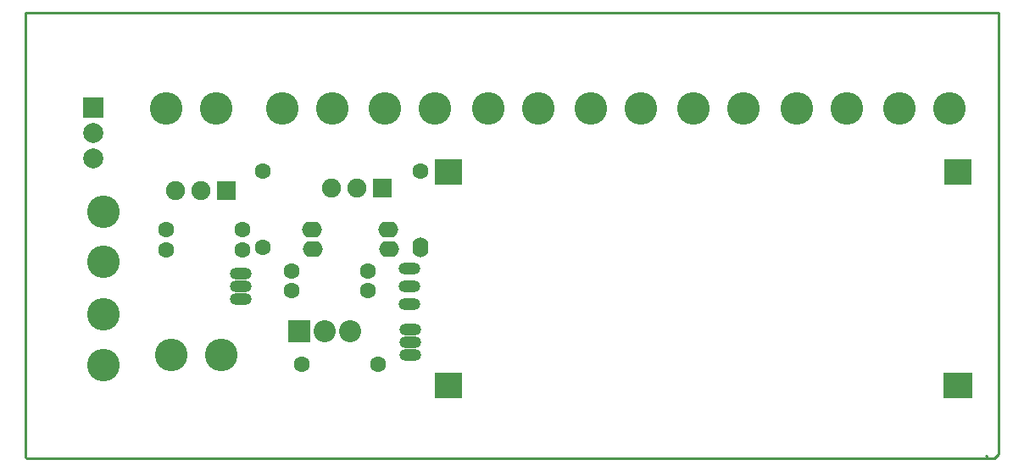
<source format=gts>
%FSTAX23Y23*%
%MOIN*%
%SFA1B1*%

%IPPOS*%
%ADD12C,0.010000*%
%ADD18R,0.108000X0.100000*%
%ADD19R,0.114000X0.100000*%
%ADD20C,0.128000*%
%ADD21C,0.063118*%
%ADD22C,0.086740*%
%ADD23R,0.086740X0.086740*%
%ADD24O,0.086740X0.047370*%
%ADD25O,0.086740X0.047370*%
%ADD26C,0.078866*%
%ADD27R,0.078866X0.078866*%
%ADD28O,0.078866X0.063118*%
%ADD29O,0.063118X0.078866*%
%ADD30C,0.074929*%
%ADD31R,0.074929X0.074929*%
%LNpcb1-1*%
%LPD*%
G54D12*
X03766Y0285D02*
X0759D01*
X07591Y02849*
Y01111D02*
Y02849D01*
X07575Y01095D02*
X07591Y01111D01*
X03771Y01095D02*
X07575D01*
X03766Y011D02*
X03771Y01095D01*
X03766Y011D02*
Y0285D01*
X07541Y01106D02*
X07547Y011D01*
G54D18*
X07433Y02223D03*
X05427Y01382D03*
Y02223D03*
G54D19*
X07433Y01382D03*
G54D20*
X05376Y02472D03*
X05179D03*
X04971D03*
X04774D03*
X04515D03*
X04318D03*
X04071Y01661D03*
Y01464D03*
X04072Y0187D03*
Y02067D03*
X04535Y01502D03*
X04339D03*
X05989Y02472D03*
X06186D03*
X06393Y02471D03*
X0659D03*
X06798Y02472D03*
X06995D03*
X07203Y02473D03*
X074D03*
X05584Y02472D03*
X05781D03*
G54D21*
X04811Y01756D03*
X05111D03*
X04811Y01834D03*
X05111D03*
X05152Y01466D03*
X04852D03*
X05317Y02226D03*
X04317Y01997D03*
X04617D03*
X04699Y02227D03*
Y01927D03*
X04617Y01917D03*
X04317D03*
G54D22*
X05041Y01596D03*
X04941D03*
G54D23*
X04841Y01596D03*
G54D24*
X05279Y01601D03*
Y01501D03*
X05274Y01842D03*
Y01704D03*
X04613Y01822D03*
Y01722D03*
G54D25*
X05279Y01551D03*
X05274Y01773D03*
X04613Y01772D03*
G54D26*
X04032Y02377D03*
Y02277D03*
G54D27*
X04032Y02477D03*
G54D28*
X04893Y01997D03*
X05193D03*
X05194Y01918D03*
X04894D03*
G54D29*
X05317Y01926D03*
G54D30*
X04968Y0216D03*
X05068D03*
X04356Y0215D03*
X04456D03*
G54D31*
X05168Y0216D03*
X04556Y0215D03*
M02*
</source>
